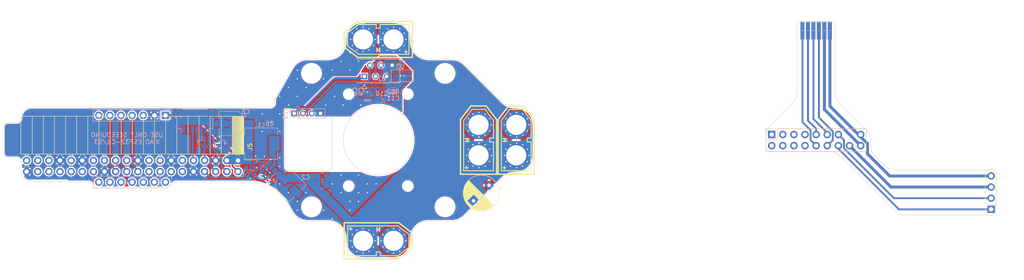
<source format=kicad_pcb>
(kicad_pcb (version 20221018) (generator pcbnew)
  (layers (0 "F.Cu" signal) (31 "B.Cu" signal) (34 "B.Paste" user) (35 "F.Paste" user) (36 "B.SilkS" user "B.Silkscreen") (37 "F.SilkS" user "F.Silkscreen") (38 "B.Mask" user) (39 "F.Mask" user) (44 "Edge.Cuts" user))
  (net 0 "")
  (net 1 "/R4")
  (net 2 "/T4")
  (net 3 "/SDA")
  (net 4 "/SCL")
  (net 5 "GND")
  (net 6 "+3V3")
  (net 7 "+5P")
  (net 8 "-BATT")
  (net 16 "/MOSI")
  (net 17 "/MISO")
  (net 19 "/SCLK")
  (net 20 "/CS")
  (net 39 "Net-(U1-SW)")
  (net 40 "+BATT")
  (net 41 "Net-(U1-VFB)")
  (net 42 "Net-(U1-EN)")
  (net 43 "Net-(U1-VBST)")
  (net 44 "/T1")
  (net 45 "/R1")
  (net 53 "Net-(U2-SETC)")
  (net 54 "Net-(U2-SETP)")
  (net 55 "Net-(U2-C1)")
  (net 58 "Net-(U3-XSHUT)")
  (net 59 "Net-(D1-DIN)")
  (net 68 "/R6")
  (net 69 "/T6")
  (net 70 "Net-(J1-Pin_16)")
  (net 72 "Net-(J7-Pin_3)")
  (net 73 "Net-(J7-Pin_7)")
  (net 75 "+3.3VP")
  (net 76 "/SDA_P")
  (net 77 "/SCL_P")
  (footprint "Connector_TE-Connectivity:TE_Micro-MaTch_215079-6_2x03_P1.27mm_Vertical" (layer "F.Cu") (at -3.175 -14.5475 90)
    (fp_text reference "J11" hide)
    (fp_text value "Conn_01x06_Pin")
  )
  (footprint "MountingHole:MountingHole_4.3mm_M4" (layer "F.Cu") (at -15.25 15.25)
    (fp_text reference "H6" hide)
    (fp_text value "MountingHole")
  )
  (footprint "RCconn:XT-60_male" (layer "F.Cu") (at 0 -23 180)
    (fp_text reference "J4" hide)
    (fp_text value "Conn_01x02_Socket" hide)
  )
  (footprint "RCconn:XT-60_male" (layer "F.Cu") (at 0 23)
    (fp_text reference "J2" hide)
    (fp_text value "Conn_01x02_Socket" hide)
  )
  (footprint "MountingHole:MountingHole_2.2mm_M2" (layer "F.Cu") (at 6.75 10.5)
    (fp_text reference "H4" hide)
    (fp_text value "MountingHole")
  )
  (footprint "MountingHole:MountingHole_4.3mm_M4" (layer "F.Cu") (at 15.25 15.25)
    (fp_text reference "H8" hide)
    (fp_text value "MountingHole")
  )
  (footprint "MountingHole:MountingHole_2.2mm_M2" (layer "F.Cu") (at 6.75 -10.5)
    (fp_text reference "H2")
    (fp_text value "MountingHole")
  )
  (footprint "MountingHole:MountingHole_2.2mm_M2" (layer "F.Cu") (at -6.75 10.5)
    (fp_text reference "H3")
    (fp_text value "MountingHole")
  )
  (footprint "Connector_PinSocket_2.54mm:PinSocket_1x04_P2.54mm_Vertical" (layer "F.Cu") (at 139.975 15.8 180)
    (fp_text reference "J14" hide)
    (fp_text value "Conn_01x04_Socket")
  )
  (footprint "MountingHole:MountingHole_4.3mm_M4" (layer "F.Cu") (at 15.25 -15.25)
    (fp_text reference "H7" hide)
    (fp_text value "MountingHole")
  )
  (footprint "MountingHole:MountingHole_4.3mm_M4" (layer "F.Cu") (at -15.25 -15.25)
    (fp_text reference "H5" hide)
    (fp_text value "MountingHole")
  )
  (footprint "RCconn:XT-60_male" (layer "F.Cu") (at 22.9 0 90)
    (fp_text reference "J8" hide)
    (fp_text value "Conn_01x02_Socket" hide)
  )
  (footprint "Connector_FFC-FPC:TE_84952-6_1x06-1MP_P1.0mm_Horizontal" (layer "F.Cu") (at 100 -23.225)
    (fp_text reference "J12" hide)
    (fp_text value "Conn_01x06_Pin" hide)
  )
  (footprint "Connector_PinSocket_2.54mm:PinSocket_2x20_P2.54mm_Horizontal" (layer "F.Cu") (at -32.05 7.19 -90)
    (fp_text reference "J5")
    (fp_text value "Raspberry_Pi_2_3")
  )
  (footprint "RCconn:XT-60_male" (layer "F.Cu") (at 31.5 0 90)
    (fp_text reference "J3" hide)
    (fp_text value "Conn_01x02_Socket" hide)
  )
  (footprint "MountingHole:MountingHole_2.2mm_M2" (layer "F.Cu") (at -6.75 -10.5)
    (fp_text reference "H1" hide)
    (fp_text value "MountingHole")
  )
  (footprint "Capacitor_THT:CP_Radial_D8.0mm_P5.00mm" (layer "F.Cu") (at 25.297727 10.332233 -135)
    (fp_text reference "C13" hide)
    (fp_text value "1m")
  )
  (footprint "Resistor_SMD:R_0603_1608Metric" (layer "B.Cu") (at 3.4 -12.5)
    (fp_text reference "C12")
    (fp_text value "4.7u")
  )
  (footprint "Capacitor_SMD:CP_Elec_5x5.4" (layer "B.Cu") (at -20.355741 10.217158 -45)
    (fp_text reference "C2")
    (fp_text value "10u")
  )
  (footprint "Package_LGA:LGA-16_3x3mm_P0.5mm" (layer "B.Cu") (at 0 -11.7 180)
    (fp_text reference "U2")
    (fp_text value "IST8308")
  )
  (footprint "Resistor_SMD:R_0402_1005Metric" (layer "B.Cu") (at -28.1 8.7)
    (fp_text reference "R2" hide)
    (fp_text value "10k")
  )
  (footprint "Connector_JST:JST_SH_SM06B-SRSS-TB_1x06-1MP_P1.00mm_Horizontal" (layer "B.Cu") (at -41.9 -4.4)
    (fp_text reference "J9" hide)
    (fp_text value "Conn_01x06_MountingPin")
  )
  (footprint "Connector_PinHeader_2.54mm:PinHeader_2x09_P2.54mm_Vertical" (layer "B.Cu") (at 89.85 -1.275 -90)
    (fp_text reference "J1" hide)
    (fp_text value "Conn_02x09_Odd_Even")
  )
  (footprint "Resistor_SMD:R_0603_1608Metric" (layer "B.Cu") (at -2.5 -11.1 -90)
    (fp_text reference "C9")
    (fp_text value "4.7u")
  )
  (footprint "Capacitor_SMD:C_0402_1005Metric" (layer "B.Cu") (at -11.4 11.8)
    (fp_text reference "C4" hide)
    (fp_text value "100n")
  )
  (footprint "Connector_JST:JST_SH_BM04B-SRSS-TB_1x04-1MP_P1.00mm_Vertical" (layer "B.Cu") (at -38.2 1.2)
    (fp_text reference "J16" hide)
    (fp_text value "Conn_01x04_MountingPin")
  )
  (footprint "Resistor_SMD:R_0603_1608Metric" (layer "B.Cu") (at 0.8 -9.2 180)
    (fp_text reference "C10")
    (fp_text value "1u")
  )
  (footprint "Resistor_SMD:R_0603_1608Metric" (layer "B.Cu") (at -3.9 -11.1 -90)
    (fp_text reference "C8")
    (fp_text value "220n")
  )
  (footprint "Sensor_Distance:ST_VL53L1x" (layer "B.Cu") (at 5.5 -14.7)
    (fp_text reference "U3")
    (fp_text value "VL53L1CXV0FY1")
  )
  (footprint "Capacitor_SMD:C_0805_2012Metric" (layer "B.Cu") (at -33.3 2.1 180)
    (fp_text reference "C16" hide)
    (fp_text value "6.8u")
  )
  (footprint "Resistor_SMD:R_0402_1005Metric" (layer "B.Cu") (at -28.6 7.5 180)
    (fp_text reference "R1" hide)
    (fp_text value "54.9k")
  )
  (footprint "Capacitor_SMD:C_0402_1005Metric" (layer "B.Cu") (at -26.6 5.4 45)
    (fp_text reference "C1" hide)
    (fp_text value "C" hide)
  )
  (footprint "Resistor_SMD:R_0402_1005Metric" (layer "B.Cu") (at 3.4 -9.7 180)
    (fp_text reference "R4")
    (fp_text value "10k")
  )
  (footprint "LED_SMD:LED_WS2812B-2020_PLCC4_2.0x2.0mm" (layer "B.Cu") (at -29.2 5.7 180)
    (fp_text reference "D1" hide)
    (fp_text value "WS2812B")
  )
  (footprint "Connector_PinSocket_2.54mm:PinSocket_1x07_P2.54mm_Vertical" (layer "B.Cu") (at -48.6 9.6 90)
    (fp_text reference "J6" hide)
    (fp_text value "Conn_01x07_Socket")
  )
  (footprint "Resistor_SMD:R_0402_1005Metric" (layer "B.Cu") (at -24.2 9.2 -135)
    (fp_text reference "R3" hide)
    (fp_text value "10k")
  )
  (footprint "Connector_PinSocket_2.54mm:PinSocket_1x07_P2.54mm_Vertical" (layer "B.Cu") (at -48.6 -5.64 90)
    (fp_text reference "J7" hide)
    (fp_text value "Conn_01x07_Socket")
  )
  (footprint "Resistor_SMD:R_0603_1608Metric" (layer "B.Cu") (at 3.4 -11)
    (fp_text reference "C11")
    (fp_text value "220n")
  )
  (footprint "Capacitor_SMD:CP_Elec_5x5.4" (layer "B.Cu") (at -33.6 -3.8 180)
    (fp_text reference "C5")
    (fp_text value "22u")
  )
  (footprint "Capacitor_SMD:C_0805_2012Metric" (layer "B.Cu") (at -27.9 -3.8)
    (fp_text reference "C6")
    (fp_text value "6.8u")
  )
  (footprint "Inductor_SMD:L_Sunlord_MWSA0603S" (layer "B.Cu") (at -26.775 0.8 180)
    (fp_text reference "L1")
    (fp_text value "3.3u")
  )
  (footprint "Capacitor_SMD:C_0805_2012Metric" (layer "B.Cu") (at -12.8 10.3)
    (fp_text reference "C14" hide)
    (fp_text value "6.8u")
  )
  (footprint "Connector_PinHeader_2.00mm:PinHeader_1x04_P2.00mm_Vertical" (layer "B.Cu") (at -19.2 -6.1 -90)
    (fp_text reference "J10")
    (fp_text value "Conn_01x04_Socket")
  )
  (footprint "Capacitor_SMD:C_0805_2012Metric" (layer "B.Cu") (at -12.8 8.3)
    (fp_text reference "C3" hide)
    (fp_text value "6.8u")
  )
  (footprint "Package_TO_SOT_SMD:SOT-23-6" (layer "B.Cu") (at -25.176085 7.032583 -135)
    (fp_text reference "U1" hide)
    (fp_text value "TPS565208")
  )
  (footprint "Capacitor_SMD:C_0805_2012Metric" (layer "B.Cu") (at -33.3 0.1 180)
    (fp_text reference "C15" hide)
    (fp_text value "6.8u")
  )
  (footprint "Capacitor_SMD:C_0402_1005Metric" (layer "B.Cu") (at -30 7.9 -90)
    (fp_text reference "C7" hide)
    (fp_text value "100n")
  )
  (gr_line (start 89.37868 -3.27868) (end 94.771321 -8.671321) (stroke (width 0.1)) (layer "Edge.Cuts"))
  (gr_arc (start -7.5 -23) (mid -6.328427 -25.828427) (end -3.5 -27) (stroke (width 0.1)) (layer "Edge.Cuts"))
  (gr_arc (start -11.5 18.5) (mid -8.671573 19.671573) (end -7.5 22.5) (stroke (width 0.1)) (layer "Edge.Cuts"))
  (gr_line (start 7.5 22.5) (end 7.5 23) (stroke (width 0.1)) (layer "Edge.Cuts"))
  (gr_arc (start -66.214214 9.5) (mid -65.83153 9.57612) (end -65.507107 9.792893) (stroke (width 0.1)) (layer "Edge.Cuts"))
  (gr_arc (start -10.6 6) (mid -10.892894 6.707106) (end -11.6 7) (stroke (width 0.1)) (layer "Edge.Cuts"))
  (gr_line (start -11.6 7) (end -20.300001 7) (stroke (width 0.1)) (layer "Edge.Cuts"))
  (gr_line (start 28.328427 -8.671573) (end 19.671573 -17.328427) (stroke (width 0.1)) (layer "Edge.Cuts"))
  (gr_line (start -81.6 -5) (end -81.6 -5) (stroke (width 0.1)) (layer "Edge.Cuts"))
  (gr_arc (start -81.6 -5) (mid -81.892893 -4.292893) (end -82.6 -4) (stroke (width 0.1)) (layer "Edge.Cuts"))
  (gr_line (start 19.671573 17.328427) (end 28.328427 8.671573) (stroke (width 0.1)) (layer "Edge.Cuts"))
  (gr_arc (start 95.65 -26) (mid 95.942893 -26.707107) (end 96.65 -27) (stroke (width 0.1)) (layer "Edge.Cuts"))
  (gr_arc (start 113.32868 3.47868) (mid 112.678375 2.505407) (end 112.45 1.357359) (stroke (width 0.1)) (layer "Edge.Cuts"))
  (gr_arc (start 140.05 6.8) (mid 140.757107 7.092893) (end 141.05 7.8) (stroke (width 0.1)) (layer "Edge.Cuts"))
  (gr_line (start 105.22868 -8.62132) (end 111.571321 -2.278679) (stroke (width 0.1)) (layer "Edge.Cuts"))
  (gr_arc (start 35.5 3.5) (mid 34.328427 6.328427) (end 31.5 7.5) (stroke (width 0.1)) (layer "Edge.Cuts"))
  (gr_arc (start -19.649172 -16.47205) (mid -18.18301 -17.956024) (end -16.169083 -18.5) (stroke (width 0.1)) (layer "Edge.Cuts"))
  (gr_line (start -20.1 -5.1) (end -10.6 -5.1) (stroke (width 0.1)) (layer "Edge.Cuts"))
  (gr_line (start -64.692893 10.607107) (end -65.507107 9.792893) (stroke (width 0.1)) (layer "Edge.Cuts"))
  (gr_line (start -47.707107 10.607107) (end -46.892893 9.792893) (stroke (width 0.1)) (layer "Edge.Cuts"))
  (gr_line (start -7.5 -23) (end -7.5 -22.5) (stroke (width 0.1)) (layer "Edge.Cuts"))
  (gr_arc (start -16.169083 18.5) (mid -18.18301 17.956024) (end -19.649172 16.47205) (stroke (width 0.1)) (layer "Edge.Cuts"))
  (gr_arc (start 28.328427 8.671573) (mid 29.62612 7.804482) (end 31.156854 7.5) (stroke (width 0.1)) (layer "Edge.Cuts"))
  (gr_arc (start 141.05 16.1) (mid 140.757107 16.807107) (end 140.05 17.1) (stroke (width 0.1)) (layer "Edge.Cuts"))
  (gr_line (start 103.157359 2.6) (end 89.7 2.6) (stroke (width 0.1)) (layer "Edge.Cuts"))
  (gr_arc (start -29.427293 9.5) (mid -24.392477 10.859941) (end -20.727071 14.569875) (stroke (width 0.1)) (layer "Edge.Cuts"))
  (gr_arc (start 103.35 -27) (mid 104.057107 -26.707107) (end 104.35 -26) (stroke (width 0.1)) (layer "Edge.Cuts"))
  (gr_line (start 31.5 -7.5) (end 31.156854 -7.5) (stroke (width 0.1)) (layer "Edge.Cuts"))
  (gr_line (start -11.5 18.5) (end -16.169083 18.5) (stroke (width 0.1)) (layer "Edge.Cuts"))
  (gr_arc (start -23.6 -8.5) (mid -23.892893 -7.792893) (end -24.6 -7.5) (stroke (width 0.1)) (layer "Edge.Cuts"))
  (gr_line (start 16.843146 -18.5) (end 11.5 -18.5) (stroke (width 0.1)) (layer "Edge.Cuts"))
  (gr_arc (start -47.707107 10.607107) (mid -48.03153 10.82388) (end -48.414214 10.9) (stroke (width 0.1)) (layer "Edge.Cuts"))
  (gr_arc (start 7.5 23) (mid 6.328427 25.828427) (end 3.5 27) (stroke (width 0.1)) (layer "Edge.Cuts"))
  (gr_line (start -20.727071 14.569875) (end -19.649172 16.47205) (stroke (width 0.1)) (layer "Edge.Cuts"))
  (gr_line (start 118.02132 16.22132) (end 105.278679 3.478679) (stroke (width 0.1)) (layer "Edge.Cuts"))
  (gr_arc (start 7.5 22.5) (mid 8.671573 19.671573) (end 11.5 18.5) (stroke (width 0.1)) (layer "Edge.Cuts"))
  (gr_line (start 96.65 -27) (end 103.35 -27) (stroke (width 0.1)) (layer "Edge.Cuts"))
  (gr_line (start -81.6 5) (end -81.6 7) (stroke (width 0.1)) (layer "Edge.Cuts"))
  (gr_line (start 7.5 -22.5) (end 7.5 -23) (stroke (width 0.1)) (layer "Edge.Cuts"))
  (gr_line (start 88.5 1.4) (end 88.5 -1.157359) (stroke (width 0.1)) (layer "Edge.Cuts"))
  (gr_line (start -63.985786 10.9) (end -48.414214 10.9) (stroke (width 0.1)) (layer "Edge.Cuts"))
  (gr_line (start 117.892641 6.8) (end 140.05 6.8) (stroke (width 0.1)) (layer "Edge.Cuts"))
  (gr_line (start -46.185786 9.5) (end -29.427293 9.5) (stroke (width 0.1)) (layer "Edge.Cuts"))
  (gr_line (start -84.6 4) (end -82.6 4) (stroke (width 0.1)) (layer "Edge.Cuts"))
  (gr_line (start 113.32868 3.47868) (end 115.771321 5.921321) (stroke (width 0.1)) (layer "Edge.Cuts"))
  (gr_line (start 141.05 7.8) (end 141.05 16.1) (stroke (width 0.1)) (layer "Edge.Cuts"))
  (gr_line (start -23.470022 -9.729373) (end -19.649172 -16.47205) (stroke (width 0.1)) (layer "Edge.Cuts"))
  (gr_line (start 3.5 -27) (end -3.5 -27) (stroke (width 0.1)) (layer "Edge.Cuts"))
  (gr_line (start -7.5 23) (end -7.5 22.5) (stroke (width 0.1)) (layer "Edge.Cuts"))
  (gr_line (start -21.3 -7) (end -20.1 -7) (stroke (width 0.1)) (layer "Edge.Cuts"))
  (gr_line (start -82.6 -4) (end -84.6 -4) (stroke (width 0.1)) (layer "Edge.Cuts"))
  (gr_arc (start 89.7 2.6) (mid 88.851472 2.248528) (end 88.5 1.4) (stroke (width 0.1)) (layer "Edge.Cuts"))
  (gr_line (start -66.214214 9.5) (end -79.1 9.5) (stroke (width 0.1)) (layer "Edge.Cuts"))
  (gr_arc (start 95.65 -10.792641) (mid 95.421639 -9.644591) (end 94.771321 -8.671321) (stroke (width 0.1)) (layer "Edge.Cuts"))
  (gr_arc (start 3.5 -27) (mid 6.328427 -25.828427) (end 7.5 -23) (stroke (width 0.1)) (layer "Edge.Cuts"))
  (gr_circle (center 0 0) (end 8 0) (stroke (width 0.1)) (fill none) (layer "Edge.Cuts"))
  (gr_line (start 140.05 17.1) (end 120.142641 17.1) (stroke (width 0.1)) (layer "Edge.Cuts"))
  (gr_arc (start 31.5 -7.5) (mid 34.328427 -6.328427) (end 35.5 -3.5) (stroke (width 0.1)) (layer "Edge.Cuts"))
  (gr_arc (start -23.6 -9.23636) (mid -23.56696 -9.49129) (end -23.470022 -9.729373) (stroke (width 0.1)) (layer "Edge.Cuts"))
  (gr_line (start 95.65 -10.792641) (end 95.65 -26) (stroke (width 0.1)) (layer "Edge.Cuts"))
  (gr_line (start 104.35 -26) (end 104.35 -10.742641) (stroke (width 0.1)) (layer "Edge.Cuts"))
  (gr_line (start 3.5 27) (end -3.5 27) (stroke (width 0.1)) (layer "Edge.Cuts"))
  (gr_arc (start 11.5 -18.5) (mid 8.671573 -19.671573) (end 7.5 -22.5) (stroke (width 0.1)) (layer "Edge.Cuts"))
  (gr_line (start 31.156854 7.5) (end 31.5 7.5) (stroke (width 0.1)) (layer "Edge.Cuts"))
  (gr_arc (start -63.985786 10.9) (mid -64.36847 10.82388) (end -64.692893 10.607107) (stroke (width 0.1)) (layer "Edge.Cuts"))
  (gr_line (start -20.1 -7) (end -20.1 -5.1) (stroke (width 0.1)) (layer "Edge.Cuts"))
  (gr_arc (start -84.6 4) (mid -85.307107 3.707107) (end -85.6 3) (stroke (width 0.1)) (layer "Edge.Cuts"))
  (gr_arc (start 117.892641 6.8) (mid 116.744591 6.571639) (end 115.771321 5.921321) (stroke (width 0.1)) (layer "Edge.Cuts"))
  (gr_line (start -79.1 -7.5) (end -24.6 -7.5) (stroke (width 0.1)) (layer "Edge.Cuts"))
  (gr_line (start 112.45 -0.157359) (end 112.45 1.357359) (stroke (width 0.1)) (layer "Edge.Cuts"))
  (gr_arc (start 111.571321 -2.278679) (mid 112.221626 -1.305407) (end 112.45 -0.157359) (stroke (width 0.1)) (layer "Edge.Cuts"))
  (gr_line (start -23.6 -8.5) (end -23.6 -9.23636) (stroke (width 0.1)) (layer "Edge.Cuts"))
  (gr_arc (start -20.300001 7) (mid -21.007107 6.707107) (end -21.3 6) (stroke (width 0.1)) (layer "Edge.Cuts"))
  (gr_line (start -10.6 -5.1) (end -10.6 6) (stroke (width 0.1)) (layer "Edge.Cuts"))
  (gr_line (start 16.843146 18.5) (end 11.5 18.5) (stroke (width 0.1)) (layer "Edge.Cuts"))
  (gr_line (start -85.6 -3) (end -85.6 3) (stroke (width 0.1)) (layer "Edge.Cuts"))
  (gr_arc (start -46.892893 9.792893) (mid -46.56847 9.57612) (end -46.185786 9.5) (stroke (width 0.1)) (layer "Edge.Cuts"))
  (gr_arc (start 105.22868 -8.62132) (mid 104.578375 -9.594593) (end 104.35 -10.742641) (stroke (width 0.1)) (layer "Edge.Cuts"))
  (gr_line (start -11.5 -18.5) (end -16.169083 -18.5) (stroke (width 0.1)) (layer "Edge.Cuts"))
  (gr_arc (start -7.5 -22.5) (mid -8.671573 -19.671573) (end -11.5 -18.5) (stroke (width 0.1)) (layer "Edge.Cuts"))
  (gr_line (start -21.3 6) (end -21.3 -7) (stroke (width 0.1)) (layer "Edge.Cuts"))
  (gr_arc (start 31.156854 -7.5) (mid 29.62612 -7.804482) (end 28.328427 -8.671573) (stroke (width 0.1)) (layer "Edge.Cuts"))
  (gr_arc (start 19.671573 17.328427) (mid 18.373879 18.195517) (end 16.843146 18.5) (stroke (width 0.1)) (layer "Edge.Cuts"))
  (gr_arc (start -85.6 -3) (mid -85.307107 -3.707107) (end -84.6 -4) (stroke (width 0.1)) (layer "Edge.Cuts"))
  (gr_arc (start 88.5 -1.157359) (mid 88.728362 -2.30541) (end 89.37868 -3.27868) (stroke (width 0.1)) (layer "Edge.Cuts"))
  (gr_arc (start -81.6 -5) (mid -80.867767 -6.767767) (end -79.1 -7.5) (stroke (width 0.1)) (layer "Edge.Cuts"))
  (gr_arc (start 16.843146 -18.5) (mid 18.37388 -18.195518) (end 19.671573 -17.328427) (stroke (width 0.1)) (layer "Edge.Cuts"))
  (gr_arc (start 120.142641 17.1) (mid 118.99459 16.871638) (end 118.02132 16.22132) (stroke (width 0.1)) (layer "Edge.Cuts"))
  (gr_arc (start -82.6 4) (mid -81.892893 4.292893) (end -81.6 5) (stroke (width 0.1)) (layer "Edge.Cuts"))
  (gr_arc (start -3.5 27) (mid -6.328427 25.828427) (end -7.5 23) (stroke (width 0.1)) (layer "Edge.Cuts"))
  (gr_arc (start 103.157359 2.6) (mid 104.305409 2.828361) (end 105.278679 3.478679) (stroke (width 0.1)) (layer "Edge.Cuts"))
  (gr_line (start 35.5 3.5) (end 35.5 -3.5) (stroke (width 0.1)) (layer "Edge.Cuts"))
  (gr_arc (start -79.1 9.5) (mid -80.867767 8.767767) (end -81.6 7) (stroke (width 0.1)) (layer "Edge.Cuts"))
  (gr_text "USE ONLY SEEEDUINO\nXIAO ESP32-C6/S3" (at -57.4 1) (layer "B.SilkS") (effects (font (size 1 1)) (justify bottom mirror)))
  (segment (start 98.15 -4.45) (end 98.15 -25) (width 0.381) (layer "F.Cu") (net 1))
  (segment (start 100.035 -1.25) (end 100.035 -2.565) (width 0.381) (layer "F.Cu") (net 1))
  (segment (start 100.035 -2.565) (end 98.15 -4.45) (width 0.381) (layer "F.Cu") (net 1))
  (segment (start 98.125 -4.475) (end 98.125 -25.025) (width 0.381) (layer "B.Cu") (net 1))
  (segment (start -16.9 -6.1) (end -17.2 -6.1) (width 0.381) (layer "B.Cu") (net 1))
  (segment (start -1.905 -13.7365) (end -2.3415 -13.3) (width 0.381) (layer "B.Cu") (net 1))
  (segment (start 100.01 -2.59) (end 98.125 -4.475) (width 0.381) (layer "B.Cu") (net 1))
  (segment (start -9.7 -13.3) (end -16.9 -6.1) (width 0.381) (layer "B.Cu") (net 1))
  (segment (start -2.3415 -13.3) (end -9.7 -13.3) (width 0.381) (layer "B.Cu") (net 1))
  (segment (start 100.01 -1.275) (end 100.01 -2.59) (width 0.381) (layer "B.Cu") (net 1))
  (segment (start -1.905 -17.0875) (end -1.905 -13.7365) (width 0.381) (layer "B.Cu") (net 1))
  (segment (start 98.7355 -2.2645) (end 96.9 -4.1) (width 0.381) (layer "F.Cu") (net 2))
  (segment (start 96.9 -4.1) (end 96.9 -25) (width 0.381) (layer "F.Cu") (net 2))
  (segment (start 98.7355 -0.0095) (end 98.7355 -2.2645) (width 0.381) (layer "F.Cu") (net 2))
  (segment (start 100.035 1.29) (end 98.7355 -0.0095) (width 0.381) (layer "F.Cu") (net 2))
  (segment (start -10.1 -14.1) (end -16.9 -7.3) (width 0.381) (layer "B.Cu") (net 2))
  (segment (start 96.875 -4.125) (end 96.875 -25.025) (width 0.381) (layer "B.Cu") (net 2))
  (segment (start 98.7105 -0.0345) (end 98.7105 -2.2895) (width 0.381) (layer "B.Cu") (net 2))
  (segment (start -3.175 -14.5475) (end -3.6225 -14.1) (width 0.381) (layer "B.Cu") (net 2))
  (segment (start -18 -7.3) (end -19.2 -6.1) (width 0.381) (layer "B.Cu") (net 2))
  (segment (start 98.7105 -2.2895) (end 96.875 -4.125) (width 0.381) (layer "B.Cu") (net 2))
  (segment (start -3.6225 -14.1) (end -10.1 -14.1) (width 0.381) (layer "B.Cu") (net 2))
  (segment (start 100.01 1.265) (end 98.7105 -0.0345) (width 0.381) (layer "B.Cu") (net 2))
  (segment (start -16.9 -7.3) (end -18 -7.3) (width 0.381) (layer "B.Cu") (net 2))
  (segment (start 102.575 -1.25) (end 102.575 -1.625) (width 0.381) (layer "F.Cu") (net 3))
  (segment (start 102.575 -1.625) (end 99.4 -4.8) (width 0.381) (layer "F.Cu") (net 3))
  (segment (start 99.4 -4.8) (end 99.4 -25) (width 0.381) (layer "F.Cu") (net 3))
  (segment (start 0.75 -13.504) (end -0.2935 -14.5475) (width 0.254) (layer "B.Cu") (net 3))
  (segment (start -0.635 -14.5475) (end -0.635 -17.465) (width 0.381) (layer "B.Cu") (net 3))
  (segment (start -0.2935 -14.5475) (end -0.635 -14.5475) (width 0.254) (layer "B.Cu") (net 3))
  (segment (start 102.55 -1.275) (end 102.55 -1.65) (width 0.381) (layer "B.Cu") (net 3))
  (segment (start -0.635 -17.465) (end 0.9 -19) (width 0.381) (layer "B.Cu") (net 3))
  (segment (start 99.375 -4.825) (end 99.375 -25.025) (width 0.381) (layer "B.Cu") (net 3))
  (segment (start 0.75 -12.975) (end 0.75 -13.504) (width 0.254) (layer "B.Cu") (net 3))
  (segment (start 102.55 -1.65) (end 99.375 -4.825) (width 0.381) (layer "B.Cu") (net 3))
  (segment (start 0.9 -19) (end 4 -19) (width 0.381) (layer "B.Cu") (net 3))
  (segment (start 5.5 -17.5) (end 5.5 -15.5) (width 0.381) (layer "B.Cu") (net 3))
  (segment (start 4 -19) (end 5.5 -17.5) (width 0.381) (layer "B.Cu") (net 3))
  (segment (start 103.8155 -1.9845) (end 100.65 -5.15) (width 0.381) (layer "F.Cu") (net 4))
  (segment (start 100.65 -5.15) (end 100.65 -25) (width 0.381) (layer "F.Cu") (net 4))
  (segment (start 103.8155 0.0495) (end 103.8155 -1.9845) (width 0.381) (layer "F.Cu") (net 4))
  (segment (start 102.575 1.29) (end 103.8155 0.0495) (width 0.381) (layer "F.Cu") (net 4))
  (segment (start 102.55 1.265) (end 103.7905 0.0245) (width 0.381) (layer "B.Cu") (net 4))
  (segment (start 103.7905 0.0245) (end 103.7905 -2.0095) (width 0.381) (layer "B.Cu") (net 4))
  (segment (start 0.635 -17.0875) (end 1.8475 -18.3) (width 0.381) (layer "B.Cu") (net 4))
  (segment (start 3.7 -18.3) (end 4.7 -17.3) (width 0.381) (layer "B.Cu") (net 4))
  (segment (start 1.8475 -18.3) (end 3.7 -18.3) (width 0.381) (layer "B.Cu") (net 4))
  (segment (start 103.7905 -2.0095) (end 100.625 -5.175) (width 0.381) (layer "B.Cu") (net 4))
  (segment (start 100.625 -5.175) (end 100.625 -25.025) (width 0.381) (layer "B.Cu") (net 4))
  (segment (start 0.635 -14.365) (end 0.635 -17.0875) (width 0.254) (layer "B.Cu") (net 4))
  (segment (start 1.275 -12.45) (end 1.275 -13.725) (width 0.254) (layer "B.Cu") (net 4))
  (segment (start 1.275 -13.725) (end 0.635 -14.365) (width 0.254) (layer "B.Cu") (net 4))
  (segment (start 4.7 -17.3) (end 4.7 -15.5) (width 0.381) (layer "B.Cu") (net 4))
  (segment (start 109.65 -1.25) (end 103.15 -7.75) (width 0.635) (layer "F.Cu") (net 5))
  (segment (start 116.805 8.205) (end 140 8.205) (width 0.635) (layer "F.Cu") (net 5))
  (segment (start 110.195 -1.25) (end 110.195 -0.7275) (width 0.635) (layer "F.Cu") (net 5))
  (segment (start 111.725 0.8025) (end 111.725 3.125) (width 0.635) (layer "F.Cu") (net 5))
  (segment (start 110.195 -1.25) (end 109.65 -1.25) (width 0.635) (layer "F.Cu") (net 5))
  (segment (start 103.15 -7.75) (end 103.15 -25) (width 0.635) (layer "F.Cu") (net 5))
  (segment (start 110.195 -0.7275) (end 111.725 0.8025) (width 0.635) (layer "F.Cu") (net 5))
  (segment (start 111.725 3.125) (end 116.805 8.205) (width 0.635) (layer "F.Cu") (net 5))
  (via (at -10 -10) (size 0.6) (drill 0.3) (layers "F.Cu" "B.Cu") (net 5))
  (via (at -12 -8) (size 0.6) (drill 0.3) (layers "F.Cu" "B.Cu") (net 5))
  (via (at -2.5 -11) (size 0.6) (drill 0.3) (layers "F.Cu" "B.Cu") (net 5))
  (via (at -8 -8) (size 0.6) (drill 0.3) (layers "F.Cu" "B.Cu") (net 5))
  (via (at 5.1 -14.7) (size 0.6) (drill 0.3) (layers "F.Cu" "B.Cu") (net 5))
  (via (at 5.9 -14.7) (size 0.6) (drill 0.3) (layers "F.Cu" "B.Cu") (net 5))
  (via (at -4 -8) (size 0.6) (drill 0.3) (layers "F.Cu" "B.Cu") (net 5))
  (segment (start 110.17 -0.7525) (end 111.7 0.7775) (width 0.635) (layer "B.Cu") (net 5))
  (segment (start 111.7 3.1) (end 116.78 8.18) (width 0.635) (layer "B.Cu") (net 5))
  (segment (start 110.17 -1.275) (end 110.17 -0.7525) (width 0.635) (layer "B.Cu") (net 5))
  (segment (start 109.625 -1.275) (end 103.125 -7.775) (width 0.635) (layer "B.Cu") (net 5))
  (segment (start 110.17 -1.275) (end 109.625 -1.275) (width 0.635) (layer "B.Cu") (net 5))
  (segment (start 111.7 0.7775) (end 111.7 3.1) (width 0.635) (layer "B.Cu") (net 5))
  (segment (start 103.125 -7.775) (end 103.125 -25.025) (width 0.635) (layer "B.Cu") (net 5))
  (segment (start 116.78 8.18) (end 139.975 8.18) (width 0.635) (layer "B.Cu") (net 5))
  (segment (start -12.5 -8.8) (end 1.1 -8.8) (width 0.381) (layer "F.Cu") (net 6))
  (segment (start -15.2 -6.1) (end -12.5 -8.8) (width 0.381) (layer "F.Cu") (net 6))
  (segment (start 101.9 -7.005) (end 101.9 -25) (width 0.635) (layer "F.Cu") (net 6))
  (segment (start 110.195 1.29) (end 101.9 -7.005) (width 0.635) (layer "F.Cu") (net 6))
  (segment (start 1.1 -8.8) (end 2.3 -10) (width 0.381) (layer "F.Cu") (net 6))
  (via (at 2.3 -10) (size 0.6) (drill 0.3) (layers "F.Cu" "B.Cu") (net 6))
  (segment (start 2.7 -14.549999) (end 2.7 -13.9) (width 0.254) (layer "B.Cu") (net 6))
  (segment (start 3.9 -15.5) (end 3.650001 -15.5) (width 0.254) (layer "B.Cu") (net 6))
  (segment (start 2.4375 -11.15) (end 2.5 -11.2125) (width 0.254) (layer "B.Cu") (net 6))
  (segment (start -0.25 -10.954) (end 0.746 -11.95) (width 0.254) (layer "B.Cu") (net 6))
  (segment (start 2.7 -13.9) (end 2.5525 -13.9) (width 0.254) (layer "B.Cu") (net 6))
  (segment (start 110.17 1.265) (end 101.875 -7.03) (width 0.635) (layer "B.Cu") (net 6))
  (segment (start 1.9375 -11.95) (end 2.4875 -12.5) (width 0.254) (layer "B.Cu") (net 6))
  (segment (start 1.275 -11.95) (end 1.9375 -11.95) (width 0.254) (layer "B.Cu") (net 6))
  (segment (start 3.650001 -15.5) (end 2.7 -14.549999) (width 0.254) (layer "B.Cu") (net 6))
  (segment (start 101.875 -7.03) (end 101.875 -25.025) (width 0.635) (layer "B.Cu") (net 6))
  (segment (start 2.5525 -13.9) (end 1.905 -14.5475) (width 0.254) (layer "B.Cu") (net 6))
  (segment (start -0.25 -10.425) (end -0.25 -10.954) (width 0.254) (layer "B.Cu") (net 6))
  (segment (start -0.2 -11.95) (end 0.746 -11.95) (width 0.2) (layer "B.Cu") (net 6))
  (segment (start 1.275 -10.95) (end 2.4375 -10.95) (width 0.254) (layer "B.Cu") (net 6))
  (segment (start -0.75 -12.975) (end -0.75 -12.5) (width 0.2) (layer "B.Cu") (net 6))
  (segment (start -0.75 -12.5) (end -0.2 -11.95) (width 0.2) (layer "B.Cu") (net 6))
  (segment (start 0.746 -11.95) (end 1.275 -11.95) (width 0.254) (layer "B.Cu") (net 6))
  (segment (start 2.4375 -10.95) (end 2.4875 -11) (width 0.254) (layer "B.Cu") (net 6))
  (segment (start 3.9 -13.9) (end 2.7 -13.9) (width 0.254) (layer "B.Cu") (net 6))
  (segment (start -41.74 -5.64) (end -32.05 4.05) (width 0.635) (layer "F.Cu") (net 7))
  (segment (start -32.05 4.05) (end -32.05 4.65) (width 0.635) (layer "F.Cu") (net 7))
  (segment (start -48.6 -5.64) (end -41.74 -5.64) (width 0.635) (layer "F.Cu") (net 7))
  (segment (start -30 7.42) (end -29.19 7.42) (width 0.381) (layer "B.Cu") (net 7))
  (segment (start -29.384 5.15) (end -30.115 5.15) (width 0.381) (layer "B.Cu") (net 7))
  (segment (start -29.19 7.42) (end -29.11 7.5) (width 0.381) (layer "B.Cu") (net 7))
  (segment (start -29.11 7.5) (end -29.11 5.424) (width 0.381) (layer "B.Cu") (net 7))
  (segment (start -29.11 5.424) (end -29.384 5.15) (width 0.381) (layer "B.Cu") (net 7))
  (via (at -24.8 7.4) (size 0.6) (drill 0.3) (layers "F.Cu" "B.Cu") (net 8))
  (via (at -10.5 18) (size 0.6) (drill 0.3) (layers "F.Cu" "B.Cu") (net 8))
  (via (at 23 -6.3) (size 0.6) (drill 0.3) (layers "F.Cu" "B.Cu") (net 8))
  (via (at 4.9 20.575129) (size 0.6) (drill 0.3) (layers "F.Cu" "B.Cu") (net 8))
  (via (at -8.5 12) (size 0.6) (drill 0.3) (layers "F.Cu" "B.Cu") (net 8))
  (via (at -3.5 -25.8) (size 0.6) (drill 0.3) (layers "F.Cu" "B.Cu") (net 8))
  (via (at 34.024871 -2.1) (size 0.6) (drill 0.3) (layers "F.Cu" "B.Cu") (net 8))
  (via (at 25.8 -3.5) (size 0.6) (drill 0.3) (layers "F.Cu" "B.Cu") (net 8))
  (via (at -1.075129 -21.6) (size 0.6) (drill 0.3) (layers "F.Cu" "B.Cu") (net 8))
  (via (at 21.6 -5.924871) (size 0.6) (drill 0.3) (layers "F.Cu" "B.Cu") (net 8))
  (via (at -26.5 -6) (size 0.6) (drill 0.3) (layers "F.Cu" "B.Cu") (net 8))
  (via (at 28.8 -3.5) (size 0.6) (drill 0.3) (layers "F.Cu" "B.Cu") (net 8))
  (via (at -22.5 6) (size 0.6) (drill 0.3) (layers "F.Cu" "B.Cu") (net 8))
  (via (at -16.5 12) (size 0.6) (drill 0.3) (layers "F.Cu" "B.Cu") (net 8))
  (via (at -8.5 -18) (size 0.6) (drill 0.3) (layers "F.Cu" "B.Cu") (net 8))
  (via (at -2.5 12) (size 0.6) (drill 0.3) (layers "F.Cu" "B.Cu") (net 8))
  (via (at 31.6 -6.3) (size 0.6) (drill 0.3) (layers "F.Cu" "B.Cu") (net 8))
  (via (at -10.5 -16) (size 0.6) (drill 0.3) (layers "F.Cu" "B.Cu") (net 8))
  (via (at 5.924871 21.6) (size 0.6) (drill 0.3) (layers "F.Cu" "B.Cu") (net 8))
  (via (at 3.5 20.2) (size 0.6) (drill 0.3) (layers "F.Cu" "B.Cu") (net 8))
  (via (at 3.5 25.8) (size 0.6) (drill 0.3) (layers "F.Cu" "B.Cu") (net 8))
  (via (at -5.924871 -24.4) (size 0.6) (drill 0.3) (layers "F.Cu" "B.Cu") (net 8))
  (via (at 21.6 -1.075129) (size 0.6) (drill 0.3) (layers "F.Cu" "B.Cu") (net 8))
  (via (at 34.024871 -4.9) (size 0.6) (drill 0.3) (layers "F.Cu" "B.Cu") (net 8))
  (via (at -25.5 6.7) (size 0.6) (drill 0.3) (layers "F.Cu" "B.Cu") (net 8))
  (via (at -0.5 10) (size 0.6) (drill 0.3) (layers "F.Cu" "B.Cu") (net 8))
  (via (at -6.5 14) (size 0.6) (drill 0.3) (layers "F.Cu" "B.Cu") (net 8))
  (via (at 2.1 25.424871) (size 0.6) (drill 0.3) (layers "F.Cu" "B.Cu") (net 8))
  (via (at -6.5 16) (size 0.6) (drill 0.3) (layers "F.Cu" "B.Cu") (net 8))
  (via (at 1.075129 24.4) (size 0.6) (drill 0.3) (layers "F.Cu" "B.Cu") (net 8))
  (via (at 20.2 -3.5) (size 0.6) (drill 0.3) (layers "F.Cu" "B.Cu") (net 8))
  (via (at -26.5 -2) (size 0.6) (drill 0.3) (layers "F.Cu" "B.Cu") (net 8))
  (via (at -22.5 4) (size 0.6) (drill 0.3) (layers "F.Cu" "B.Cu") (net 8))
  (via (at -10.5 10) (size 0.6) (drill 0.3) (layers "F.Cu" "B.Cu") (net 8))
  (via (at 31.6 -0.7) (size 0.6) (drill 0.3) (layers "F.Cu" "B.Cu") (net 8))
  (via (at 1.075129 21.6) (size 0.6) (drill 0.3) (layers "F.Cu" "B.Cu") (net 8))
  (via (at -5.924871 -21.6) (size 0.6) (drill 0.3) (layers "F.Cu" "B.Cu") (net 8))
  (via (at -20.5 -12) (size 0.6) (drill 0.3) (layers "F.Cu" "B.Cu") (net 8))
  (via (at -16.5 -12) (size 0.6) (drill 0.3) (layers "F.Cu" "B.Cu") (net 8))
  (via (at -4.9 -25.424871) (size 0.6) (drill 0.3) (layers "F.Cu" "B.Cu") (net 8))
  (via (at -22.5 -6) (size 0.6) (drill 0.3) (layers "F.Cu" "B.Cu") (net 8))
  (via (at 24.4 -1.075129) (size 0.6) (drill 0.3) (layers "F.Cu" "B.Cu") (net 8))
  (via (at -18.5 -14) (size 0.6) (drill 0.3) (layers "F.Cu" "B.Cu") (net 8))
  (via (at 29.175129 -2.1) (size 0.6) (drill 0.3) (layers "F.Cu" "B.Cu") (net 8))
  (via (at 29.175129 -4.9) (size 0.6) (drill 0.3) (layers "F.Cu" "B.Cu") (net 8))
  (via (at -22.5 -10) (size 0.6) (drill 0.3) (layers "F.Cu" "B.Cu") (net 8))
  (via (at -4.9 -20.575129) (size 0.6) (drill 0.3) (layers "F.Cu" "B.Cu") (net 8))
  (via (at -18.5 -16) (size 0.6) (drill 0.3) (layers "F.Cu" "B.Cu") (net 8))
  (via (at -12.5 -14) (size 0.6) (drill 0.3) (layers "F.Cu" "B.Cu") (net 8))
  (via (at 23 -0.7) (size 0.6) (drill 0.3) (layers "F.Cu" "B.Cu") (net 8))
  (via (at -4.5 14) (size 0.6) (drill 0.3) (layers "F.Cu" "B.Cu") (net 8))
  (via (at -27.7 6.3) (size 0.6) (drill 0.3) (layers "F.Cu" "B.Cu") (net 8))
  (via (at 6.3 23) (size 0.6) (drill 0.3) (layers "F.Cu" "B.Cu") (net 8))
  (via (at 34.4 -3.5) (size 0.6) (drill 0.3) (layers "F.Cu" "B.Cu") (net 8))
  (via (at -4.5 8) (size 0.6) (drill 0.3) (layers "F.Cu" "B.Cu") (net 8))
  (via (at -2.1 -20.575129) (size 0.6) (drill 0.3) (layers "F.Cu" "B.Cu") (net 8))
  (via (at -8.5 8) (size 0.6) (drill 0.3) (layers "F.Cu" "B.Cu") (net 8))
  (via (at -0.7 -23) (size 0.6) (drill 0.3) (layers "F.Cu" "B.Cu") (net 8))
  (via (at -29.3 8.8) (size 0.6) (drill 0.3) (layers "F.Cu" "B.Cu") (net 8))
  (via (at -20.5 -8) (size 0.6) (drill 0.3) (layers "F.Cu" "B.Cu") (net 8))
  (via (at 20.575129 -2.1) (size 0.6) (drill 0.3) (layers "F.Cu" "B.Cu") (net 8))
  (via (at -30.5 -6.1) (size 0.6) (drill 0.3) (layers "F.Cu" "B.Cu") (net 8))
  (via (at 20.575129 -4.9) (size 0.6) (drill 0.3) (layers "F.Cu" "B.Cu") (net 8))
  (via (at -6.5 -20) (size 0.6) (drill 0.3) (layers "F.Cu" "B.Cu") (net 8))
  (via (at 5.924871 24.4) (size 0.6) (drill 0.3) (layers "F.Cu" "B.Cu") (net 8))
  (via (at -18.5 -10) (size 0.6) (drill 0.3) (layers "F.Cu" "B.Cu") (net 8))
  (via (at -4.5 -18) (size 0.6) (drill 0.3) (layers "F.Cu" "B.Cu") (net 8))
  (via (at 2.1 20.575129) (size 0.6) (drill 0.3) (layers "F.Cu" "B.Cu") (net 8))
  (via (at -26 3.7) (size 0.6) (drill 0.3) (layers "F.Cu" "B.Cu") (net 8))
  (via (at 0.7 23) (size 0.6) (drill 0.3) (layers "F.Cu" "B.Cu") (net 8))
  (via (at 25.424871 -2.1) (size 0.6) (drill 0.3) (layers "F.Cu" "B.Cu") (net 8))
  (via (at -18.5 16) (size 0.6) (drill 0.3) (layers "F.Cu" "B.Cu") (net 8))
  (via (at 30.2 -1.075129) (size 0.6) (drill 0.3) (layers "F.Cu" "B.Cu") (net 8))
  (via (at 33 -5.924871) (size 0.6) (drill 0.3) (layers "F.Cu" "B.Cu") (net 8))
  (via (at -3.5 -20.2) (size 0.6) (drill 0.3) (layers "F.Cu" "B.Cu") (net 8))
  (via (at -6.5 -16) (size 0.6) (drill 0.3) (layers "F.Cu" "B.Cu") (net 8))
  (via (at -20.5 12) (size 0.6) (drill 0.3) (layers "F.Cu" "B.Cu") (net 8))
  (via (at 4.9 25.424871) (size 0.6) (drill 0.3) (layers "F.Cu" "B.Cu") (net 8))
  (via (at -12.5 16) (size 0.6) (drill 0.3) (layers "F.Cu" "B.Cu") (net 8))
  (via (at -1.075129 -24.4) (size 0.6) (drill 0.3) (layers "F.Cu" "B.Cu") (net 8))
  (via (at 30.2 -5.924871) (size 0.6) (drill 0.3) (layers "F.Cu" "B.Cu") (net 8))
  (via (at 33 -1.075129) (size 0.6) (drill 0.3) (layers "F.Cu" "B.Cu") (net 8))
  (via (at -22.5 10) (size 0.6) (drill 0.3) (layers "F.Cu" "B.Cu") (net 8))
  (via (at -2.1 -25.424871) (size 0.6) (drill 0.3) (layers "F.Cu" "B.Cu") (net 8))
  (via (at -28 3.7) (size 0.6) (drill 0.3) (layers "F.Cu" "B.Cu") (net 8))
  (via (at -4.5 12) (size 0.6) (drill 0.3) (layers "F.Cu" "B.Cu") (net 8))
  (via (at -22.5 -2) (size 0.6) (drill 0.3) (layers "F.Cu" "B.Cu") (net 8))
  (via (at -6.3 -23) (size 0.6) (drill 0.3) (layers "F.Cu" "B.Cu") (net 8))
  (via (at 25.424871 -4.9) (size 0.6) (drill 0.3) (layers "F.Cu" "B.Cu") (net 8))
  (via (at -2.5 10) (size 0.6) (drill 0.3) (layers "F.Cu" "B.Cu") (net 8))
  (via (at -18.5 14) (size 0.6) (drill 0.3) (layers "F.Cu" "B.Cu") (net 8))
  (via (at 24.4 -5.924871) (size 0.6) (drill 0.3) (layers "F.Cu" "B.Cu") (net 8))
  (via (at -24.6 4.4) (size 0.6) (drill 0.3) (layers "F.Cu" "B.Cu") (net 8))
  (via (at -24.5 -4) (size 0.6) (drill 0.3) (layers "F.Cu" "B.Cu") (net 8))
  (segment (start -24.6 4.4) (end -24.6 5.112996) (width 0.635) (layer "B.Cu") (net 8))
  (segment (start -25.510648 6.023644) (end -25.510648 6.7) (width 0.635) (layer "B.Cu") (net 8))
  (segment (start -24.6 5.112996) (end -25.043502 5.556498) (width 0.635) (layer "B.Cu") (net 8))
  (segment (start -25.043502 5.556498) (end -25.510648 6.023644) (width 0.635) (layer "B.Cu") (net 8))
  (segment (start -56.1505 -5.5705) (end -56.1505 5.6495) (width 0.381) (layer "B.Cu") (net 16))
  (segment (start -56.22 -5.64) (end -56.1505 -5.5705) (width 0.381) (layer "B.Cu") (net 16))
  (segment (start -54.91 6.89) (end -54.91 7.19) (width 0.381) (layer "B.Cu") (net 16))
  (segment (start -56.1505 5.6495) (end -54.91 6.89) (width 0.381) (layer "B.Cu") (net 16))
  (segment (start -58.6905 -5.5705) (end -58.6905 5.6095) (width 0.381) (layer "B.Cu") (net 17))
  (segment (start -58.76 -5.64) (end -58.6905 -5.5705) (width 0.381) (layer "B.Cu") (net 17))
  (segment (start -57.45 6.85) (end -57.45 7.19) (width 0.381) (layer "B.Cu") (net 17))
  (segment (start -58.6905 5.6095) (end -57.45 6.85) (width 0.381) (layer "B.Cu") (net 17))
  (segment (start -61.2305 5.6695) (end -61.2305 -5.5705) (width 0.381) (layer "B.Cu") (net 19))
  (segment (start -61.2305 -5.5705) (end -61.3 -5.64) (width 0.381) (layer "B.Cu") (net 19))
  (segment (start -59.99 6.91) (end -61.2305 5.6695) (width 0.381) (layer "B.Cu") (net 19))
  (segment (start -59.99 7.19) (end -59.99 6.91) (width 0.381) (layer "B.Cu") (net 19))
  (segment (start -59.99 5.220829) (end -59.99 4.65) (width 0.381) (layer "B.Cu") (net 20))
  (segment (start -56.9 9.6) (end -58.7 7.8) (width 0.381) (layer "B.Cu") (net 20))
  (segment (start -58.7 6.510829) (end -59.99 5.220829) (width 0.381) (layer "B.Cu") (net 20))
  (segment (start -58.7 7.8) (end -58.7 6.510829) (width 0.381) (layer "B.Cu") (net 20))
  (segment (start -56.22 9.6) (end -56.9 9.6) (width 0.381) (layer "B.Cu") (net 20))
  (segment (start -26.260589 5.060589) (end -24.6 3.4) (width 0.381) (layer "B.Cu") (net 39))
  (via (at -3.5 20.2) (size 0.6) (drill 0.3) (layers "F.Cu" "B.Cu") (net 40))
  (via (at 34.024871 2.1) (size 0.6) (drill 0.3) (layers "F.Cu" "B.Cu") (net 40))
  (via (at -0.7 23) (size 0.6) (drill 0.3) (layers "F.Cu" "B.Cu") (net 40))
  (via (at 20.575129 4.9) (size 0.6) (drill 0.3) (layers "F.Cu" "B.Cu") (net 40))
  (via (at 31.6 0.7) (size 0.6) (drill 0.3) (layers "F.Cu" "B.Cu") (net 40))
  (via (at 0.7 -23) (size 0.6) (drill 0.3) (layers "F.Cu" "B.Cu") (net 40))
  (via (at 20.2 3.5) (size 0.6) (drill 0.3) (layers "F.Cu" "B.Cu") (net 40))
  (via (at 23 0.7) (size 0.6) (drill 0.3) (layers "F.Cu" "B.Cu") (net 40))
  (via (at -3.5 25.8) (size 0.6) (drill 0.3) (layers "F.Cu" "B.Cu") (net 40))
  (via (at 31.6 6.3) (size 0.6) (drill 0.3) (layers "F.Cu" "B.Cu") (net 40))
  (via (at 33 5.924871) (size 0.6) (drill 0.3) (layers "F.Cu" "B.Cu") (net 40))
  (via (at 20.575129 2.1) (size 0.6) (drill 0.3) (layers "F.Cu" "B.Cu") (net 40))
  (via (at 25.424871 4.9) (size 0.6) (drill 0.3) (layers "F.Cu" "B.Cu") (net 40))
  (via (at 5.924871 -24.4) (size 0.6) (drill 0.3) (layers "F.Cu" "B.Cu") (net 40))
  (via (at 21.6 5.924871) (size 0.6) (drill 0.3) (layers "F.Cu" "B.Cu") (net 40))
  (via (at 24.4 1.075129) (size 0.6) (drill 0.3) (layers "F.Cu" "B.Cu") (net 40))
  (via (at -4.9 25.424871) (size 0.6) (drill 0.3) (layers "F.Cu" "B.Cu") (net 40))
  (via (at 3.5 -20.2) (size 0.6) (drill 0.3) (layers "F.Cu" "B.Cu") (net 40))
  (via (at 30.2 5.924871) (size 0.6) (drill 0.3) (layers "F.Cu" "B.Cu") (net 40))
  (via (at 1.075129 -24.4) (size 0.6) (drill 0.3) (layers "F.Cu" "B.Cu") (net 40))
  (via (at 21.6 1.075129) (size 0.6) (drill 0.3) (layers "F.Cu" "B.Cu") (net 40))
  (via (at 4.9 -20.575129) (size 0.6) (drill 0.3) (layers "F.Cu" "B.Cu") (net 40))
  (via (at -2.1 20.575129) (size 0.6) (drill 0.3) (layers "F.Cu" "B.Cu") (net 40))
  (via (at -5.924871 24.4) (size 0.6) (drill 0.3) (layers "F.Cu" "B.Cu") (net 40))
  (via (at 29.175129 2.1) (size 0.6) (drill 0.3) (layers "F.Cu" "B.Cu") (net 40))
  (via (at -2.1 25.424871) (size 0.6) (drill 0.3) (layers "F.Cu" "B.Cu") (net 40))
  (via (at -4.9 20.575129) (size 0.6) (drill 0.3) (layers "F.Cu" "B.Cu") (net 40))
  (via (at 23 6.3) (size 0.6) (drill 0.3) (layers "F.Cu" "B.Cu") (net 40))
  (via (at 34.024871 4.9) (size 0.6) (drill 0.3) (layers "F.Cu" "B.Cu") (net 40))
  (via (at 25.424871 2.1) (size 0.6) (drill 0.3) (layers "F.Cu" "B.Cu") (net 40))
  (via (at 30.2 1.075129) (size 0.6) (drill 0.3) (layers "F.Cu" "B.Cu") (net 40))
  (via (at -6.3 23) (size 0.6) (drill 0.3) (layers "F.Cu" "B.Cu") (net 40))
  (via (at -1.075129 24.4) (size 0.6) (drill 0.3) (layers "F.Cu" "B.Cu") (net 40))
  (via (at 3.5 -25.8) (size 0.6) (drill 0.3) (layers "F.Cu" "B.Cu") (net 40))
  (via (at 5.924871 -21.6) (size 0.6) (drill 0.3) (layers "F.Cu" "B.Cu") (net 40))
  (via (at -5.924871 21.6) (size 0.6) (drill 0.3) (layers "F.Cu" "B.Cu") (net 40))
  (via (at 24.4 5.924871) (size 0.6) (drill 0.3) (layers "F.Cu" "B.Cu") (net 40))
  (via (at 6.3 -23) (size 0.6) (drill 0.3) (layers "F.Cu" "B.Cu") (net 40))
  (via (at 2.1 -20.575129) (size 0.6) (drill 0.3) (layers "F.Cu" "B.Cu") (net 40))
  (via (at 29.175129 4.9) (size 0.6) (drill 0.3) (layers "F.Cu" "B.Cu") (net 40))
  (via (at 34.4 3.5) (size 0.6) (drill 0.3) (layers "F.Cu" "B.Cu") (net 40))
  (via (at 28.8 3.5) (size 0.6) (drill 0.3) (layers "F.Cu" "B.Cu") (net 40))
  (via (at 33 1.075129) (size 0.6) (drill 0.3) (layers "F.Cu" "B.Cu") (net 40))
  (via (at 25.8 3.5) (size 0.6) (drill 0.3) (layers "F.Cu" "B.Cu") (net 40))
  (via (at 1.075129 -21.6) (size 0.6) (drill 0.3) (layers "F.Cu" "B.Cu") (net 40))
  (via (at 4.9 -25.424871) (size 0.6) (drill 0.3) (layers "F.Cu" "B.Cu") (net 40))
  (via (at -1.075129 21.6) (size 0.6) (drill 0.3) (layers "F.Cu" "B.Cu") (net 40))
  (via (at 2.1 -25.424871) (size 0.6) (drill 0.3) (layers "F.Cu" "B.Cu") (net 40))
  (segment (start -3.475 21.525) (end -16.338477 8.661523) (width 1.905) (layer "B.Cu") (net 40))
  (segment (start -3.475 23) (end -3.475 21.525) (width 1.905) (layer "B.Cu") (net 40))
  (segment (start -13.75 8.3) (end -15.976954 8.3) (width 1.27) (layer "B.Cu") (net 40))
  (segment (start 3.475 -23) (end 2.7 -23) (width 1.27) (layer "B.Cu") (net 40))
  (segment (start -15.976954 8.3) (end -16.338477 8.661523) (width 1.27) (layer "B.Cu") (net 40))
  (segment (start -13.75 10.3) (end -13.75 8.3) (width 1) (layer "B.Cu") (net 40))
  (segment (start -21.911376 8.661523) (end -23.637543 6.935356) (width 1) (layer "B.Cu") (net 40))
  (segment (start -16.338477 8.661523) (end -21.911376 8.661523) (width 1.905) (layer "B.Cu") (net 40))
  (segment (start -23.839376 8.839376) (end -22.089229 8.839376) (width 0.381) (layer "B.Cu") (net 40))
  (segment (start -22.089229 8.839376) (end -21.911376 8.661523) (width 0.381) (layer "B.Cu") (net 40))
  (segment (start -25.763935 8.963935) (end -25.308668 8.508668) (width 0.381) (layer "B.Cu") (net 41))
  (segment (start -28.09 7.955763) (end -27.081828 8.963935) (width 0.381) (layer "B.Cu") (net 41))
  (segment (start -28.09 7.5) (end -28.09 7.955763) (width 0.381) (layer "B.Cu") (net 41))
  (segment (start -27.081828 8.963935) (end -25.763935 8.963935) (width 0.381) (layer "B.Cu") (net 41))
  (segment (start -26.226565 8.273435) (end -25 9.5) (width 0.381) (layer "F.Cu") (net 42))
  (segment (start -26.795813 8.273435) (end -26.226565 8.273435) (width 0.381) (layer "F.Cu") (net 42))
  (via (at -25 9.5) (size 0.6) (drill 0.3) (layers "F.Cu" "B.Cu") (net 42))
  (via (at -26.795813 8.273435) (size 0.6) (drill 0.3) (layers "F.Cu" "B.Cu") (net 42))
  (segment (start -24.939376 9.560624) (end -25 9.5) (width 0.381) (layer "B.Cu") (net 42))
  (segment (start -24.560624 9.560624) (end -24.939376 9.560624) (width 0.381) (layer "B.Cu") (net 42))
  (segment (start -26.416937 8.273435) (end -26.795813 8.273435) (width 0.381) (layer "B.Cu") (net 42))
  (segment (start -25.980419 7.836917) (end -26.416937 8.273435) (width 0.381) (layer "B.Cu") (net 42))
  (segment (start -26.939411 5.739411) (end -26.939411 6.877925) (width 0.381) (layer "B.Cu") (net 43))
  (segment (start -26.939411 6.877925) (end -26.65217 7.165166) (width 0.381) (layer "B.Cu") (net 43))
  (segment (start -39.67 4.65) (end -39.67 1.817268) (width 0.381) (layer "B.Cu") (net 44))
  (segment (start -39.67 1.817268) (end -41.4 0.087268) (width 0.381) (layer "B.Cu") (net 44))
  (segment (start -41.4 0.087268) (end -41.4 -2.4) (width 0.381) (layer "B.Cu") (net 44))
  (segment (start -42.4 4.46) (end -42.21 4.65) (width 0.381) (layer "B.Cu") (net 45))
  (segment (start -42.4 -2.4) (end -42.4 4.46) (width 0.381) (layer "B.Cu") (net 45))
  (segment (start -3.0855 -12.827) (end -3.9 -12.0125) (width 0.254) (layer "B.Cu") (net 53))
  (segment (start -1.275 -12.45) (end -1.652 -12.827) (width 0.254) (layer "B.Cu") (net 53))
  (segment (start -1.652 -12.827) (end -3.0855 -12.827) (width 0.254) (layer "B.Cu") (net 53))
  (segment (start -1.802 -9.373) (end -0.75 -10.425) (width 0.254) (layer "B.Cu") (net 54))
  (segment (start -3.9 -10.1875) (end -3.0855 -9.373) (width 0.254) (layer "B.Cu") (net 54))
  (segment (start -3.0855 -9.373) (end -1.802 -9.373) (width 0.254) (layer "B.Cu") (net 54))
  (segment (start -1.275 -11.45) (end -1.9375 -11.45) (width 0.254) (layer "B.Cu") (net 55))
  (segment (start -1.9375 -11.45) (end -2.5 -12.0125) (width 0.254) (layer "B.Cu") (net 55))
  (segment (start 5.2 -10.659364) (end 5.2 -11.5) (width 0.381) (layer "B.Cu") (net 58))
  (segment (start 3.91 -9.7) (end 4.240636 -9.7) (width 0.381) (layer "B.Cu") (net 58))
  (segment (start 4.240636 -9.7) (end 5.2 -10.659364) (width 0.381) (layer "B.Cu") (net 58))
  (segment (start 5.2 -11.5) (end 7.1 -13.4) (width 0.381) (layer "B.Cu") (net 58))
  (segment (start 7.1 -13.4) (end 7.1 -13.9) (width 0.381) (layer "B.Cu") (net 58))
  (segment (start -30.115 6.25) (end -30.7005 6.8355) (width 0.381) (layer "B.Cu") (net 59))
  (segment (start -30.7005 6.8355) (end -30.7005 7.7005) (width 0.381) (layer "B.Cu") (net 59))
  (segment (start -31.5 8.5) (end -38.36 8.5) (width 0.381) (layer "B.Cu") (net 59))
  (segment (start -30.7005 7.7005) (end -31.5 8.5) (width 0.381) (layer "B.Cu") (net 59))
  (segment (start -38.36 8.5) (end -39.67 7.19) (width 0.381) (layer "B.Cu") (net 59))
  (segment (start 105.115 -1.25) (end 106.3555 -0.0095) (width 0.381) (layer "F.Cu") (net 68))
  (segment (start 106.3555 1.8555) (end 117.785 13.285) (width 0.381) (layer "F.Cu") (net 68))
  (segment (start 106.3555 -0.0095) (end 106.3555 1.8555) (width 0.381) (layer "F.Cu") (net 68))
  (segment (start 117.785 13.285) (end 140 13.285) (width 0.381) (layer "F.Cu") (net 68))
  (segment (start 106.3305 -0.0345) (end 106.3305 1.8305) (width 0.381) (layer "B.Cu") (net 68))
  (segment (start 105.09 -1.275) (end 106.3305 -0.0345) (width 0.381) (layer "B.Cu") (net 68))
  (segment (start 117.76 13.26) (end 139.975 13.26) (width 0.381) (layer "B.Cu") (net 68))
  (segment (start 106.3305 1.8305) (end 117.76 13.26) (width 0.381) (layer "B.Cu") (net 68))
  (segment (start 105.115 2.015) (end 118.925 15.825) (width 0.381) (layer "F.Cu") (net 69))
  (segment (start 118.925 15.825) (end 140 15.825) (width 0.381) (layer "F.Cu") (net 69))
  (segment (start 105.115 1.29) (end 105.115 2.015) (width 0.381) (layer "F.Cu") (net 69))
  (segment (start 105.09 1.265) (end 105.09 1.99) (width 0.381) (layer "B.Cu") (net 69))
  (segment (start 105.09 1.99) (end 118.9 15.8) (width 0.381) (layer "B.Cu") (net 69))
  (segment (start 118.9 15.8) (end 139.975 15.8) (width 0.381) (layer "B.Cu") (net 69))
  (segment (start 107.655 1.29) (end 117.11 10.745) (width 0.635) (layer "F.Cu") (net 70))
  (segment (start 117.11 10.745) (end 140 10.745) (width 0.635) (layer "F.Cu") (net 70))
  (segment (start 117.085 10.72) (end 139.975 10.72) (width 0.635) (layer "B.Cu") (net 70))
  (segment (start 107.63 1.265) (end 117.085 10.72) (width 0.635) (layer "B.Cu") (net 70))
  (segment (start -36.385668 1.1) (end -33.3 4.185668) (width 0.381) (layer "F.Cu") (net 75))
  (segment (start -33.3 4.185668) (end -33.3 5.94) (width 0.381) (layer "F.Cu") (net 75))
  (segment (start -37.2 1.1) (end -36.385668 1.1) (width 0.381) (layer "F.Cu") (net 75))
  (segment (start -33.3 5.94) (end -32.05 7.19) (width 0.381) (layer "F.Cu") (net 75))
  (via (at -37.2 1.1) (size 0.6) (drill 0.3) (layers "F.Cu" "B.Cu") (net 75))
  (segment (start -37.2 1.1) (end -37.7 0.6) (width 0.381) (layer "B.Cu") (net 75))
  (segment (start -37.7 0.6) (end -37.7 -0.125) (width 0.381) (layer "B.Cu") (net 75))
  (segment (start -35.8305 3.975866) (end -35.8305 5.9495) (width 0.381) (layer "B.Cu") (net 76))
  (segment (start -35.8305 5.9495) (end -34.59 7.19) (width 0.381) (layer "B.Cu") (net 76))
  (segment (start -38.7 -0.225) (end -38.7 1.106366) (width 0.381) (layer "B.Cu") (net 76))
  (segment (start -38.7 1.106366) (end -35.8305 3.975866) (width 0.381) (layer "B.Cu") (net 76))
  (segment (start -39.7 0.96561) (end -38.4 2.26561) (width 0.381) (layer "B.Cu") (net 77))
  (segment (start -39.7 -0.225) (end -39.7 0.96561) (width 0.381) (layer "B.Cu") (net 77))
  (segment (start -38.4 2.26561) (end -38.4 5.92) (width 0.381) (layer "B.Cu") (net 77))
  (segment (start -38.4 5.92) (end -37.13 7.19) (width 0.381) (layer "B.Cu") (net 77))
  (zone (net 8) (net_name "-BATT") (layer "F.Cu") (connect_pads yes (clearance 0.5)) (min_thickness 0.25) (fill yes (thermal_gap 0.5) (thermal_bridge_width 0.5))
    (polygon (pts (xy -0.4 26.8) (xy 7.3 26.8) (xy 7.3 19.2) (xy -0.3 19.2)))
  )
  (zone (net 8) (net_name "-BATT") (layer "F.Cu") (connect_pads yes (clearance 0.5)) (min_thickness 0.25) (fill yes (thermal_gap 0.5) (thermal_bridge_width 0.5))
    (polygon (pts (xy 19.2 0.4) (xy 35.5 0.3) (xy 35.5 -7.3) (xy 19.3 -7.2)))
  )
  (zone (net 5) (net_name "GND") (layers "F&B.Cu") (priority 3) (connect_pads yes (clearance 0)) (min_thickness 0.25) (fill yes (thermal_gap 0.5) (thermal_bridge_width 0.5) (smoothing fillet) (radius 1))
    (polygon (pts (xy -18.1 -7.8) (xy -19.1 -6.8) (xy -19.9 -6.8) (xy -19.9 -5.4) (xy 5.5 -5.4) (xy 5.5 -11.4) (xy 7.7 -13.6) (xy 7.7 -15.8) (xy 4.2 -19.3) (xy 0.4 -19.3) (xy -1 -17.9) (xy -2.5 -17.9) (xy -4.7 -14.4) (xy -10.1 -14.4) (xy -16.7 -7.8)))
  )
  (zone (net 8) (net_name "-BATT") (layers "F&B.Cu") (connect_pads (clearance 0.3)) (min_thickness 0.2) (fill yes (thermal_gap 0.3) (thermal_bridge_width 1) (smoothing fillet) (radius 2))
    (polygon (pts (xy -86.4 -9) (xy -86.4 9) (xy -71 9) (xy -69 11) (xy -29 11) (xy -8 32) (xy 8 32) (xy 35.5 8) (xy 35.5 -8) (xy 8 -32) (xy -8 -32) (xy -31 -9)))
  )
  (zone (net 8) (net_name "-BATT") (layers "F&B.Cu") (connect_pads yes (clearance 0.5)) (min_thickness 0.25) (fill yes (thermal_gap 0.5) (thermal_bridge_width 0.5))
    (polygon (pts (xy -7.4 -19) (xy 0.3 -19) (xy 0.3 -26.6) (xy -7.3 -26.6)))
  )
  (zone (net 0) (net_name "") (layers "F&B.Cu") (connect_pads yes (clearance 0)) (min_thickness 0.25)
    (keepout (tracks not_allowed) (vias not_allowed) (pads not_allowed) (copperpour not_allowed) (footprints allowed))
    (fill (thermal_gap 0.5) (thermal_bridge_width 0.5) (smoothing fillet) (radius 1.2))
    (polygon (pts (xy -10.6 -5.1) (xy -11.7 7.3) (xy -3.8 7.3) (xy -5.9 -5.1)))
  )
  (zone (net 39) (net_name "Net-(U1-SW)") (layer "B.Cu") (priority 6) (connect_pads yes (clearance 0.25)) (min_thickness 0.25) (fill yes (thermal_gap 0.5) (thermal_bridge_width 0.5) (smoothing fillet))
    (polygon (pts (xy -25 -1) (xy -25 6.5) (xy -24.4 7.1) (xy -23.4 7.1) (xy -23.4 -1)))
  )
  (zone (net 7) (net_name "+5P") (layer "B.Cu") (priority 4) (connect_pads yes (clearance 0.25)) (min_thickness 0.25) (fill yes (thermal_gap 0.5) (thermal_bridge_width 0.5) (smoothing fillet) (radius 1.2))
    (polygon (pts (xy -28.6 -4.6) (xy -28.6 5.5) (xy -35.4 5.5) (xy -35.4 4.2) (xy -32.9 2) (xy -32.9 -4.6)))
  )
  (zone (net 6) (net_name "+3V3") (layer "B.Cu") (priority 5) (connect_pads yes (clearance 0.25)) (min_thickness 0.25) (fill yes (thermal_gap 0.5) (thermal_bridge_width 0.5) (smoothing fillet) (radius 1))
    (polygon (pts (xy 1.3 -8.7) (xy 1.3 -15.2) (xy 3.3 -15.2) (xy 3.3 -8.7)))
  )
  (zone (net 40) (net_name "+BATT") (layer "B.Cu") (priority 2) (connect_pads yes (clearance 0.5)) (min_thickness 0.25) (fill yes (thermal_gap 0.5) (thermal_bridge_width 0.5))
    (polygon (pts (xy 0 -32) (xy 8 -32) (xy 35.6 -7.9) (xy 35.6 8.1) (xy 8 32) (xy -8 32) (xy -8.4 20.1) (xy 5.8 5.9) (xy 0 -16.7)))
  )
)
</source>
